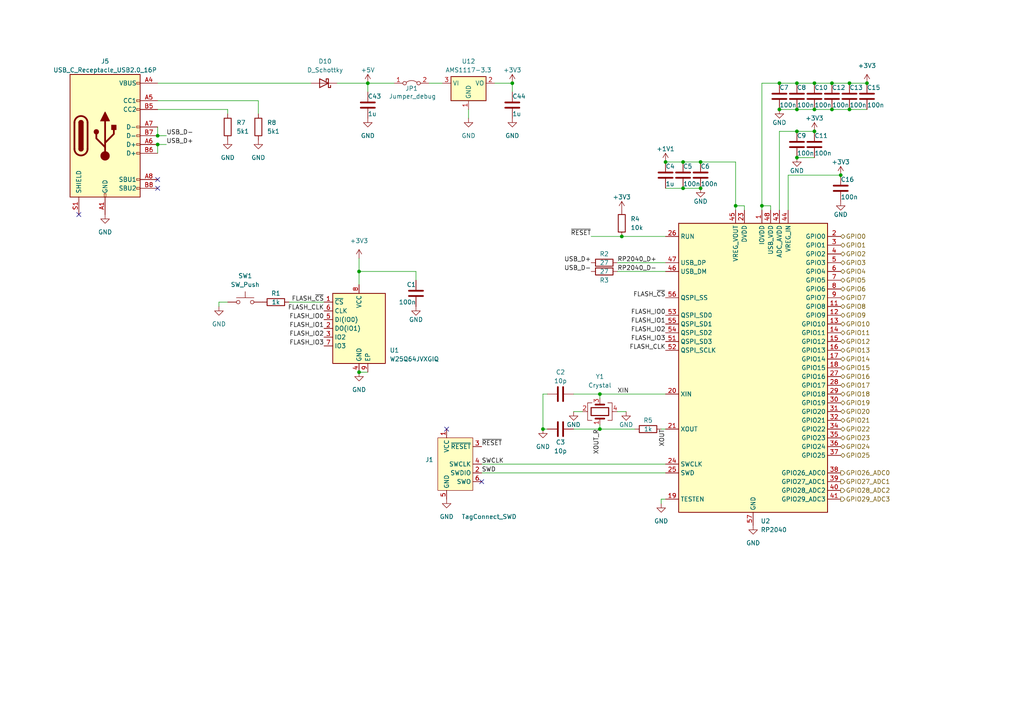
<source format=kicad_sch>
(kicad_sch (version 20231120) (generator "eeschema") (generator_version "8.0")
  (paper "A4")
  (lib_symbols
    (symbol "+3V3_1" (power) (pin_numbers hide) (pin_names (offset 0) hide)
      (property "Value" "+3V3" (at 0 3.556 0))
      (symbol "+3V3_1_0_1"
        (polyline (pts (xy -0.762 1.27) (xy 0 2.54)))
        (polyline (pts (xy 0 0) (xy 0 2.54)))
        (polyline (pts (xy 0 2.54) (xy 0.762 1.27)))
      )
      (symbol "+3V3_1_1_1"
        (pin power_in line (at 0 0 90) (length 0) (name "~") (number "1"))
      )
    )
    (symbol "Connector:Conn_ARM_SWD_TagConnect_TC2030-NL" (in_bom no)
      (property "Reference" "J" (at 2.54 11.43 0))
      (property "Value" "Conn_ARM_SWD_TagConnect_TC2030-NL" (at 2.54 8.89 0))
      (symbol "Conn_ARM_SWD_TagConnect_TC2030-NL_0_0"
        (pin power_in line (at -2.54 10.16 270) (length 2.54) (name "VCC") (number "1"))
        (pin bidirectional line (at 7.62 -2.54 180) (length 2.54) (name "SWDIO") (number "2"))
        (pin open_collector line (at 7.62 5.08 180) (length 2.54) (name "~{RESET}") (number "3"))
        (pin output line (at 7.62 0 180) (length 2.54) (name "SWCLK") (number "4"))
        (pin power_in line (at -2.54 -10.16 90) (length 2.54) (name "GND") (number "5"))
        (pin input line (at 7.62 -5.08 180) (length 2.54) (name "SWO") (number "6"))
      )
      (symbol "Conn_ARM_SWD_TagConnect_TC2030-NL_0_1"
        (rectangle (start -5.08 7.62) (end 5.08 -7.62) (fill (type background)))
      )
    )
    (symbol "Connector:USB_C_Receptacle_USB2.0_16P" (pin_names (offset 1.016))
      (property "Reference" "J" (at 0 22.225 0))
      (property "Value" "USB_C_Receptacle_USB2.0_16P" (at 0 19.685 0))
      (symbol "USB_C_Receptacle_USB2.0_16P_0_0"
        (rectangle (start -0.254 -17.78) (end 0.254 -16.764))
        (rectangle (start 10.16 -14.986) (end 9.144 -15.494))
        (rectangle (start 10.16 -12.446) (end 9.144 -12.954))
        (rectangle (start 10.16 -4.826) (end 9.144 -5.334))
        (rectangle (start 10.16 -2.286) (end 9.144 -2.794))
        (rectangle (start 10.16 0.254) (end 9.144 -0.254))
        (rectangle (start 10.16 2.794) (end 9.144 2.286))
        (rectangle (start 10.16 7.874) (end 9.144 7.366))
        (rectangle (start 10.16 10.414) (end 9.144 9.906))
        (rectangle (start 10.16 15.494) (end 9.144 14.986))
      )
      (symbol "USB_C_Receptacle_USB2.0_16P_0_1"
        (rectangle (start -10.16 17.78) (end 10.16 -17.78) (stroke (width 0.254)) (fill (type background)))
        (arc (start -8.89 -3.81) (mid -6.985 -5.7067) (end -5.08 -3.81) (stroke (width 0.508)))
        (arc (start -7.62 -3.81) (mid -6.985 -4.4423) (end -6.35 -3.81) (stroke (width 0.254)))
        (arc (start -7.62 -3.81) (mid -6.985 -4.4423) (end -6.35 -3.81) (stroke (width 0.254)) (fill (type outline)))
        (rectangle (start -7.62 -3.81) (end -6.35 3.81) (stroke (width 0.254)) (fill (type outline)))
        (arc (start -6.35 3.81) (mid -6.985 4.4423) (end -7.62 3.81) (stroke (width 0.254)))
        (arc (start -6.35 3.81) (mid -6.985 4.4423) (end -7.62 3.81) (stroke (width 0.254)) (fill (type outline)))
        (arc (start -5.08 3.81) (mid -6.985 5.7067) (end -8.89 3.81) (stroke (width 0.508)))
        (circle (center -2.54 1.143) (radius 0.635) (stroke (width 0.254)) (fill (type outline)))
        (circle (center 0 -5.842) (radius 1.27) (fill (type outline)))
        (polyline (pts (xy -8.89 -3.81) (xy -8.89 3.81)) (stroke (width 0.508)))
        (polyline (pts (xy -5.08 3.81) (xy -5.08 -3.81)) (stroke (width 0.508)))
        (polyline (pts (xy 0 -5.842) (xy 0 4.318)) (stroke (width 0.508)))
        (polyline (pts (xy 0 -3.302) (xy -2.54 -0.762) (xy -2.54 0.508)) (stroke (width 0.508)))
        (polyline (pts (xy 0 -2.032) (xy 2.54 0.508) (xy 2.54 1.778)) (stroke (width 0.508)))
        (polyline (pts (xy -1.27 4.318) (xy 0 6.858) (xy 1.27 4.318) (xy -1.27 4.318)) (stroke (width 0.254)) (fill (type outline)))
        (rectangle (start 1.905 1.778) (end 3.175 3.048) (stroke (width 0.254)) (fill (type outline)))
      )
      (symbol "USB_C_Receptacle_USB2.0_16P_1_1"
        (pin passive line (at 0 -22.86 90) (length 5.08) (name "GND") (number "A1"))
        (pin passive line (at 0 -22.86 90) (length 5.08) hide (name "GND") (number "A12"))
        (pin passive line (at 15.24 15.24 180) (length 5.08) (name "VBUS") (number "A4"))
        (pin bidirectional line (at 15.24 10.16 180) (length 5.08) (name "CC1") (number "A5"))
        (pin bidirectional line (at 15.24 -2.54 180) (length 5.08) (name "D+") (number "A6"))
        (pin bidirectional line (at 15.24 2.54 180) (length 5.08) (name "D-") (number "A7"))
        (pin bidirectional line (at 15.24 -12.7 180) (length 5.08) (name "SBU1") (number "A8"))
        (pin passive line (at 15.24 15.24 180) (length 5.08) hide (name "VBUS") (number "A9"))
        (pin passive line (at 0 -22.86 90) (length 5.08) hide (name "GND") (number "B1"))
        (pin passive line (at 0 -22.86 90) (length 5.08) hide (name "GND") (number "B12"))
        (pin passive line (at 15.24 15.24 180) (length 5.08) hide (name "VBUS") (number "B4"))
        (pin bidirectional line (at 15.24 7.62 180) (length 5.08) (name "CC2") (number "B5"))
        (pin bidirectional line (at 15.24 -5.08 180) (length 5.08) (name "D+") (number "B6"))
        (pin bidirectional line (at 15.24 0 180) (length 5.08) (name "D-") (number "B7"))
        (pin bidirectional line (at 15.24 -15.24 180) (length 5.08) (name "SBU2") (number "B8"))
        (pin passive line (at 15.24 15.24 180) (length 5.08) hide (name "VBUS") (number "B9"))
        (pin passive line (at -7.62 -22.86 90) (length 5.08) (name "SHIELD") (number "S1"))
      )
    )
    (symbol "Device:C" (pin_numbers hide) (pin_names (offset 0.254))
      (property "Reference" "C" (at 0.635 2.54 0))
      (property "Value" "C" (at 0.635 -2.54 0))
      (symbol "C_0_1"
        (polyline (pts (xy -2.032 -0.762) (xy 2.032 -0.762)) (stroke (width 0.508)))
        (polyline (pts (xy -2.032 0.762) (xy 2.032 0.762)) (stroke (width 0.508)))
      )
      (symbol "C_1_1"
        (pin passive line (at 0 3.81 270) (length 2.794) (name "~") (number "1"))
        (pin passive line (at 0 -3.81 90) (length 2.794) (name "~") (number "2"))
      )
    )
    (symbol "Device:Crystal_GND24" (pin_names (offset 1.016) hide)
      (property "Reference" "Y" (at 3.175 5.08 0))
      (property "Value" "Crystal_GND24" (at 3.175 3.175 0))
      (symbol "Crystal_GND24_0_1"
        (rectangle (start -1.143 2.54) (end 1.143 -2.54) (stroke (width 0.3048)))
        (polyline (pts (xy -2.54 0) (xy -2.032 0)))
        (polyline (pts (xy -2.032 -1.27) (xy -2.032 1.27)) (stroke (width 0.508)))
        (polyline (pts (xy 0 -3.81) (xy 0 -3.556)))
        (polyline (pts (xy 0 3.556) (xy 0 3.81)))
        (polyline (pts (xy 2.032 -1.27) (xy 2.032 1.27)) (stroke (width 0.508)))
        (polyline (pts (xy 2.032 0) (xy 2.54 0)))
        (polyline (pts (xy -2.54 -2.286) (xy -2.54 -3.556) (xy 2.54 -3.556) (xy 2.54 -2.286)))
        (polyline (pts (xy -2.54 2.286) (xy -2.54 3.556) (xy 2.54 3.556) (xy 2.54 2.286)))
      )
      (symbol "Crystal_GND24_1_1"
        (pin passive line (at -3.81 0 0) (length 1.27) (name "1") (number "1"))
        (pin passive line (at 0 5.08 270) (length 1.27) (name "2") (number "2"))
        (pin passive line (at 3.81 0 180) (length 1.27) (name "3") (number "3"))
        (pin passive line (at 0 -5.08 90) (length 1.27) (name "4") (number "4"))
      )
    )
    (symbol "Device:D_Schottky" (pin_numbers hide) (pin_names (offset 1.016) hide)
      (property "Reference" "D" (at 0 2.54 0))
      (property "Value" "D_Schottky" (at 0 -2.54 0))
      (symbol "D_Schottky_0_1"
        (polyline (pts (xy 1.27 0) (xy -1.27 0)))
        (polyline (pts (xy 1.27 1.27) (xy 1.27 -1.27) (xy -1.27 0) (xy 1.27 1.27)) (stroke (width 0.254)))
        (polyline (pts (xy -1.905 0.635) (xy -1.905 1.27) (xy -1.27 1.27) (xy -1.27 -1.27) (xy -0.635 -1.27) (xy -0.635 -0.635)) (stroke (width 0.254)))
      )
      (symbol "D_Schottky_1_1"
        (pin passive line (at -3.81 0 0) (length 2.54) (name "K") (number "1"))
        (pin passive line (at 3.81 0 180) (length 2.54) (name "A") (number "2"))
      )
    )
    (symbol "Device:R" (pin_numbers hide) (pin_names (offset 0))
      (property "Reference" "R" (at 2.032 0 90))
      (property "Value" "R" (at 0 0 90))
      (symbol "R_0_1"
        (rectangle (start -1.016 -2.54) (end 1.016 2.54) (stroke (width 0.254)))
      )
      (symbol "R_1_1"
        (pin passive line (at 0 3.81 270) (length 1.27) (name "~") (number "1"))
        (pin passive line (at 0 -3.81 90) (length 1.27) (name "~") (number "2"))
      )
    )
    (symbol "Jumper:Jumper_2_Bridged" (pin_names (offset 0) hide)
      (property "Reference" "JP" (at 0 1.905 0))
      (property "Value" "Jumper_2_Bridged" (at 0 -2.54 0))
      (symbol "Jumper_2_Bridged_0_0"
        (circle (center -2.032 0) (radius 0.508))
        (circle (center 2.032 0) (radius 0.508))
      )
      (symbol "Jumper_2_Bridged_0_1"
        (arc (start 1.524 0.254) (mid 0 0.762) (end -1.524 0.254))
      )
      (symbol "Jumper_2_Bridged_1_1"
        (pin passive line (at -5.08 0 0) (length 2.54) (name "A") (number "1"))
        (pin passive line (at 5.08 0 180) (length 2.54) (name "B") (number "2"))
      )
    )
    (symbol "MCU_RaspberryPi:RP2040"
      (property "Reference" "U" (at 17.78 45.72 0))
      (property "Value" "RP2040" (at 17.78 43.18 0))
      (symbol "RP2040_0_1"
        (rectangle (start -21.59 41.91) (end 21.59 -41.91) (stroke (width 0.254)) (fill (type background)))
      )
      (symbol "RP2040_1_1"
        (pin power_in line (at 2.54 45.72 270) (length 3.81) (name "IOVDD") (number "1"))
        (pin passive line (at 2.54 45.72 270) (length 3.81) hide (name "IOVDD") (number "10"))
        (pin bidirectional line (at 25.4 17.78 180) (length 3.81) (name "GPIO8") (number "11"))
        (pin bidirectional line (at 25.4 15.24 180) (length 3.81) (name "GPIO9") (number "12"))
        (pin bidirectional line (at 25.4 12.7 180) (length 3.81) (name "GPIO10") (number "13"))
        (pin bidirectional line (at 25.4 10.16 180) (length 3.81) (name "GPIO11") (number "14"))
        (pin bidirectional line (at 25.4 7.62 180) (length 3.81) (name "GPIO12") (number "15"))
        (pin bidirectional line (at 25.4 5.08 180) (length 3.81) (name "GPIO13") (number "16"))
        (pin bidirectional line (at 25.4 2.54 180) (length 3.81) (name "GPIO14") (number "17"))
        (pin bidirectional line (at 25.4 0 180) (length 3.81) (name "GPIO15") (number "18"))
        (pin input line (at -25.4 -38.1 0) (length 3.81) (name "TESTEN") (number "19"))
        (pin bidirectional line (at 25.4 38.1 180) (length 3.81) (name "GPIO0") (number "2"))
        (pin input line (at -25.4 -7.62 0) (length 3.81) (name "XIN") (number "20"))
        (pin passive line (at -25.4 -17.78 0) (length 3.81) (name "XOUT") (number "21"))
        (pin passive line (at 2.54 45.72 270) (length 3.81) hide (name "IOVDD") (number "22"))
        (pin power_in line (at -2.54 45.72 270) (length 3.81) (name "DVDD") (number "23"))
        (pin input line (at -25.4 -27.94 0) (length 3.81) (name "SWCLK") (number "24"))
        (pin bidirectional line (at -25.4 -30.48 0) (length 3.81) (name "SWD") (number "25"))
        (pin input line (at -25.4 38.1 0) (length 3.81) (name "RUN") (number "26"))
        (pin bidirectional line (at 25.4 -2.54 180) (length 3.81) (name "GPIO16") (number "27"))
        (pin bidirectional line (at 25.4 -5.08 180) (length 3.81) (name "GPIO17") (number "28"))
        (pin bidirectional line (at 25.4 -7.62 180) (length 3.81) (name "GPIO18") (number "29"))
        (pin bidirectional line (at 25.4 35.56 180) (length 3.81) (name "GPIO1") (number "3"))
        (pin bidirectional line (at 25.4 -10.16 180) (length 3.81) (name "GPIO19") (number "30"))
        (pin bidirectional line (at 25.4 -12.7 180) (length 3.81) (name "GPIO20") (number "31"))
        (pin bidirectional line (at 25.4 -15.24 180) (length 3.81) (name "GPIO21") (number "32"))
        (pin passive line (at 2.54 45.72 270) (length 3.81) hide (name "IOVDD") (number "33"))
        (pin bidirectional line (at 25.4 -17.78 180) (length 3.81) (name "GPIO22") (number "34"))
        (pin bidirectional line (at 25.4 -20.32 180) (length 3.81) (name "GPIO23") (number "35"))
        (pin bidirectional line (at 25.4 -22.86 180) (length 3.81) (name "GPIO24") (number "36"))
        (pin bidirectional line (at 25.4 -25.4 180) (length 3.81) (name "GPIO25") (number "37"))
        (pin bidirectional line (at 25.4 -30.48 180) (length 3.81) (name "GPIO26_ADC0") (number "38"))
        (pin bidirectional line (at 25.4 -33.02 180) (length 3.81) (name "GPIO27_ADC1") (number "39"))
        (pin bidirectional line (at 25.4 33.02 180) (length 3.81) (name "GPIO2") (number "4"))
        (pin bidirectional line (at 25.4 -35.56 180) (length 3.81) (name "GPIO28_ADC2") (number "40"))
        (pin bidirectional line (at 25.4 -38.1 180) (length 3.81) (name "GPIO29_ADC3") (number "41"))
        (pin passive line (at 2.54 45.72 270) (length 3.81) hide (name "IOVDD") (number "42"))
        (pin power_in line (at 7.62 45.72 270) (length 3.81) (name "ADC_AVDD") (number "43"))
        (pin power_in line (at 10.16 45.72 270) (length 3.81) (name "VREG_IN") (number "44"))
        (pin power_out line (at -5.08 45.72 270) (length 3.81) (name "VREG_VOUT") (number "45"))
        (pin bidirectional line (at -25.4 27.94 0) (length 3.81) (name "USB_DM") (number "46"))
        (pin bidirectional line (at -25.4 30.48 0) (length 3.81) (name "USB_DP") (number "47"))
        (pin power_in line (at 5.08 45.72 270) (length 3.81) (name "USB_VDD") (number "48"))
        (pin passive line (at 2.54 45.72 270) (length 3.81) hide (name "IOVDD") (number "49"))
        (pin bidirectional line (at 25.4 30.48 180) (length 3.81) (name "GPIO3") (number "5"))
        (pin passive line (at -2.54 45.72 270) (length 3.81) hide (name "DVDD") (number "50"))
        (pin bidirectional line (at -25.4 7.62 0) (length 3.81) (name "QSPI_SD3") (number "51"))
        (pin output line (at -25.4 5.08 0) (length 3.81) (name "QSPI_SCLK") (number "52"))
        (pin bidirectional line (at -25.4 15.24 0) (length 3.81) (name "QSPI_SD0") (number "53"))
        (pin bidirectional line (at -25.4 10.16 0) (length 3.81) (name "QSPI_SD2") (number "54"))
        (pin bidirectional line (at -25.4 12.7 0) (length 3.81) (name "QSPI_SD1") (number "55"))
        (pin bidirectional line (at -25.4 20.32 0) (length 3.81) (name "QSPI_SS") (number "56"))
        (pin power_in line (at 0 -45.72 90) (length 3.81) (name "GND") (number "57"))
        (pin bidirectional line (at 25.4 27.94 180) (length 3.81) (name "GPIO4") (number "6"))
        (pin bidirectional line (at 25.4 25.4 180) (length 3.81) (name "GPIO5") (number "7"))
        (pin bidirectional line (at 25.4 22.86 180) (length 3.81) (name "GPIO6") (number "8"))
        (pin bidirectional line (at 25.4 20.32 180) (length 3.81) (name "GPIO7") (number "9"))
      )
    )
    (symbol "Memory_Flash:W25Q32JVZP"
      (property "Reference" "U" (at -6.35 11.43 0))
      (property "Value" "W25Q32JVZP" (at 7.62 11.43 0))
      (symbol "W25Q32JVZP_0_1"
        (rectangle (start -7.62 10.16) (end 7.62 -10.16) (stroke (width 0.254)) (fill (type background)))
      )
      (symbol "W25Q32JVZP_1_1"
        (pin input line (at -10.16 7.62 0) (length 2.54) (name "~{CS}") (number "1"))
        (pin bidirectional line (at -10.16 0 0) (length 2.54) (name "DO(IO1)") (number "2"))
        (pin bidirectional line (at -10.16 -2.54 0) (length 2.54) (name "IO2") (number "3"))
        (pin power_in line (at 0 -12.7 90) (length 2.54) (name "GND") (number "4"))
        (pin bidirectional line (at -10.16 2.54 0) (length 2.54) (name "DI(IO0)") (number "5"))
        (pin input line (at -10.16 5.08 0) (length 2.54) (name "CLK") (number "6"))
        (pin bidirectional line (at -10.16 -5.08 0) (length 2.54) (name "IO3") (number "7"))
        (pin power_in line (at 0 12.7 270) (length 2.54) (name "VCC") (number "8"))
        (pin passive line (at 2.54 -12.7 90) (length 2.54) (name "EP") (number "9"))
      )
    )
    (symbol "Regulator_Linear:AMS1117-3.3"
      (property "Reference" "U" (at -3.81 3.175 0))
      (property "Value" "AMS1117-3.3" (at 0 3.175 0))
      (symbol "AMS1117-3.3_0_1"
        (rectangle (start -5.08 -5.08) (end 5.08 1.905) (stroke (width 0.254)) (fill (type background)))
      )
      (symbol "AMS1117-3.3_1_1"
        (pin power_in line (at 0 -7.62 90) (length 2.54) (name "GND") (number "1"))
        (pin power_out line (at 7.62 0 180) (length 2.54) (name "VO") (number "2"))
        (pin power_in line (at -7.62 0 0) (length 2.54) (name "VI") (number "3"))
      )
    )
    (symbol "Switch:SW_Push" (pin_numbers hide) (pin_names (offset 1.016) hide)
      (property "Reference" "SW" (at 1.27 2.54 0))
      (property "Value" "SW_Push" (at 0 -1.524 0))
      (symbol "SW_Push_0_1"
        (circle (center -2.032 0) (radius 0.508))
        (polyline (pts (xy 0 1.27) (xy 0 3.048)))
        (polyline (pts (xy 2.54 1.27) (xy -2.54 1.27)))
        (circle (center 2.032 0) (radius 0.508))
        (pin passive line (at -5.08 0 0) (length 2.54) (name "1") (number "1"))
        (pin passive line (at 5.08 0 180) (length 2.54) (name "2") (number "2"))
      )
    )
    (symbol "power:+1V1" (power) (pin_names (offset 0))
      (property "Value" "+1V1" (at 0 3.556 0))
      (symbol "+1V1_0_1"
        (polyline (pts (xy -0.762 1.27) (xy 0 2.54)))
        (polyline (pts (xy 0 0) (xy 0 2.54)))
        (polyline (pts (xy 0 2.54) (xy 0.762 1.27)))
      )
      (symbol "+1V1_1_1"
        (pin power_in line (at 0 0 90) (length 0) hide (name "+1V1") (number "1"))
      )
    )
    (symbol "power:+3V3" (power) (pin_names (offset 0))
      (property "Value" "+3V3" (at 0 3.556 0))
      (symbol "+3V3_0_1"
        (polyline (pts (xy -0.762 1.27) (xy 0 2.54)))
        (polyline (pts (xy 0 0) (xy 0 2.54)))
        (polyline (pts (xy 0 2.54) (xy 0.762 1.27)))
      )
      (symbol "+3V3_1_1"
        (pin power_in line (at 0 0 90) (length 0) hide (name "+3V3") (number "1"))
      )
    )
    (symbol "power:+5V" (power) (pin_numbers hide) (pin_names (offset 0) hide)
      (property "Value" "+5V" (at 0 3.556 0))
      (symbol "+5V_0_1"
        (polyline (pts (xy -0.762 1.27) (xy 0 2.54)))
        (polyline (pts (xy 0 0) (xy 0 2.54)))
        (polyline (pts (xy 0 2.54) (xy 0.762 1.27)))
      )
      (symbol "+5V_1_1"
        (pin power_in line (at 0 0 90) (length 0) (name "~") (number "1"))
      )
    )
    (symbol "power:GND" (power) (pin_names (offset 0))
      (property "Value" "GND" (at 0 -3.81 0))
      (symbol "GND_0_1"
        (polyline (pts (xy 0 0) (xy 0 -1.27) (xy 1.27 -1.27) (xy 0 -2.54) (xy -1.27 -1.27) (xy 0 -1.27)))
      )
      (symbol "GND_1_1"
        (pin power_in line (at 0 0 270) (length 0) hide (name "GND") (number "1"))
      )
    )
  )
  (junction (at 220.98 59.69))
  (junction (at 231.14 45.72))
  (junction (at 203.2 46.99))
  (junction (at 231.14 38.1))
  (junction (at 173.99 124.46))
  (junction (at 104.14 78.74))
  (junction (at 246.38 24.13))
  (junction (at 45.72 39.37))
  (junction (at 231.14 24.13))
  (junction (at 198.12 54.61))
  (junction (at 193.04 46.99))
  (junction (at 251.46 24.13))
  (junction (at 226.06 24.13))
  (junction (at 241.3 31.75))
  (junction (at 45.72 41.91))
  (junction (at 198.12 46.99))
  (junction (at 106.68 24.13))
  (junction (at 180.34 68.58))
  (junction (at 226.06 31.75))
  (junction (at 213.36 59.69))
  (junction (at 104.14 107.95))
  (junction (at 231.14 31.75))
  (junction (at 173.99 114.3))
  (junction (at 148.59 24.13))
  (junction (at 203.2 54.61))
  (junction (at 236.22 24.13))
  (junction (at 243.84 50.8))
  (junction (at 236.22 38.1))
  (junction (at 246.38 31.75))
  (junction (at 236.22 31.75))
  (junction (at 157.48 124.46))
  (junction (at 241.3 24.13))
  (no_connect (at 45.72 54.61))
  (no_connect (at 45.72 52.07))
  (no_connect (at 139.7 139.7))
  (no_connect (at 129.54 124.46))
  (no_connect (at 22.86 62.23))
  (wire (pts (xy 158.75 124.46) (xy 157.48 124.46)))
  (wire (pts (xy 220.98 59.69) (xy 220.98 24.13)))
  (wire (pts (xy 120.65 81.28) (xy 120.65 78.74)))
  (wire (pts (xy 198.12 46.99) (xy 203.2 46.99)))
  (wire (pts (xy 226.06 38.1) (xy 231.14 38.1)))
  (wire (pts (xy 97.79 24.13) (xy 106.68 24.13)))
  (wire (pts (xy 45.72 31.75) (xy 66.04 31.75)))
  (wire (pts (xy 106.68 24.13) (xy 114.3 24.13)))
  (wire (pts (xy 181.61 119.38) (xy 179.07 119.38)))
  (wire (pts (xy 191.77 144.78) (xy 193.04 144.78)))
  (wire (pts (xy 220.98 60.96) (xy 220.98 59.69)))
  (wire (pts (xy 157.48 114.3) (xy 158.75 114.3)))
  (wire (pts (xy 193.04 46.99) (xy 198.12 46.99)))
  (wire (pts (xy 104.14 74.93) (xy 104.14 78.74)))
  (wire (pts (xy 191.77 124.46) (xy 193.04 124.46)))
  (wire (pts (xy 226.06 24.13) (xy 231.14 24.13)))
  (wire (pts (xy 184.15 124.46) (xy 173.99 124.46)))
  (wire (pts (xy 139.7 134.62) (xy 193.04 134.62)))
  (wire (pts (xy 193.04 54.61) (xy 198.12 54.61)))
  (wire (pts (xy 143.51 24.13) (xy 148.59 24.13)))
  (wire (pts (xy 213.36 59.69) (xy 213.36 60.96)))
  (wire (pts (xy 198.12 54.61) (xy 203.2 54.61)))
  (wire (pts (xy 215.9 59.69) (xy 213.36 59.69)))
  (wire (pts (xy 166.37 124.46) (xy 173.99 124.46)))
  (wire (pts (xy 45.72 41.91) (xy 45.72 44.45)))
  (wire (pts (xy 231.14 45.72) (xy 236.22 45.72)))
  (wire (pts (xy 246.38 31.75) (xy 251.46 31.75)))
  (wire (pts (xy 220.98 24.13) (xy 226.06 24.13)))
  (wire (pts (xy 231.14 31.75) (xy 236.22 31.75)))
  (wire (pts (xy 45.72 24.13) (xy 90.17 24.13)))
  (wire (pts (xy 246.38 24.13) (xy 251.46 24.13)))
  (wire (pts (xy 180.34 68.58) (xy 193.04 68.58)))
  (wire (pts (xy 173.99 114.3) (xy 193.04 114.3)))
  (wire (pts (xy 63.5 87.63) (xy 66.04 87.63)))
  (wire (pts (xy 45.72 36.83) (xy 45.72 39.37)))
  (wire (pts (xy 139.7 137.16) (xy 193.04 137.16)))
  (wire (pts (xy 236.22 24.13) (xy 241.3 24.13)))
  (wire (pts (xy 228.6 50.8) (xy 243.84 50.8)))
  (wire (pts (xy 173.99 115.57) (xy 173.99 114.3)))
  (wire (pts (xy 83.82 87.63) (xy 93.98 87.63)))
  (wire (pts (xy 45.72 39.37) (xy 48.26 39.37)))
  (wire (pts (xy 231.14 38.1) (xy 236.22 38.1)))
  (wire (pts (xy 228.6 50.8) (xy 228.6 60.96)))
  (wire (pts (xy 179.07 76.2) (xy 193.04 76.2)))
  (wire (pts (xy 226.06 38.1) (xy 226.06 60.96)))
  (wire (pts (xy 231.14 24.13) (xy 236.22 24.13)))
  (wire (pts (xy 241.3 24.13) (xy 246.38 24.13)))
  (wire (pts (xy 213.36 46.99) (xy 213.36 59.69)))
  (wire (pts (xy 74.93 29.21) (xy 74.93 33.02)))
  (wire (pts (xy 171.45 68.58) (xy 180.34 68.58)))
  (wire (pts (xy 203.2 46.99) (xy 213.36 46.99)))
  (wire (pts (xy 135.89 34.29) (xy 135.89 31.75)))
  (wire (pts (xy 166.37 114.3) (xy 173.99 114.3)))
  (wire (pts (xy 226.06 31.75) (xy 231.14 31.75)))
  (wire (pts (xy 66.04 31.75) (xy 66.04 33.02)))
  (wire (pts (xy 236.22 31.75) (xy 241.3 31.75)))
  (wire (pts (xy 63.5 88.9) (xy 63.5 87.63)))
  (wire (pts (xy 220.98 59.69) (xy 223.52 59.69)))
  (wire (pts (xy 179.07 78.74) (xy 193.04 78.74)))
  (wire (pts (xy 166.37 119.38) (xy 168.91 119.38)))
  (wire (pts (xy 128.27 24.13) (xy 124.46 24.13)))
  (wire (pts (xy 104.14 78.74) (xy 120.65 78.74)))
  (wire (pts (xy 106.68 26.67) (xy 106.68 24.13)))
  (wire (pts (xy 241.3 31.75) (xy 246.38 31.75)))
  (wire (pts (xy 215.9 60.96) (xy 215.9 59.69)))
  (wire (pts (xy 173.99 124.46) (xy 173.99 123.19)))
  (wire (pts (xy 45.72 29.21) (xy 74.93 29.21)))
  (wire (pts (xy 148.59 26.67) (xy 148.59 24.13)))
  (wire (pts (xy 191.77 146.05) (xy 191.77 144.78)))
  (wire (pts (xy 223.52 59.69) (xy 223.52 60.96)))
  (wire (pts (xy 104.14 78.74) (xy 104.14 82.55)))
  (wire (pts (xy 45.72 41.91) (xy 48.26 41.91)))
  (wire (pts (xy 157.48 124.46) (xy 157.48 114.3)))
  (wire (pts (xy 104.14 107.95) (xy 106.68 107.95)))
  (label "FLASH_IO3" (at 93.98 100.33 180))
  (label "FLASH_~{CS}" (at 93.98 87.63 180))
  (label "FLASH_CLK" (at 93.98 90.17 180))
  (label "FLASH_IO1" (at 193.04 93.98 180))
  (label "FLASH_CLK" (at 193.04 101.6 180))
  (label "RP2040_D-" (at 179.07 78.74 0))
  (label "XOUT_R" (at 173.99 124.46 270))
  (label "FLASH_IO0" (at 193.04 91.44 180))
  (label "FLASH_IO1" (at 93.98 95.25 180))
  (label "USB_D-" (at 48.26 39.37 0))
  (label "USB_D+" (at 171.45 76.2 180))
  (label "SWCLK" (at 139.7 134.62 0))
  (label "FLASH_~{CS}" (at 193.04 86.36 180))
  (label "~{RESET}" (at 139.7 129.54 0))
  (label "FLASH_IO0" (at 93.98 92.71 180))
  (label "~{RESET}" (at 171.45 68.58 180))
  (label "SWD" (at 139.7 137.16 0))
  (label "USB_D+" (at 48.26 41.91 0))
  (label "RP2040_D+" (at 179.07 76.2 0))
  (label "XIN" (at 179.07 114.3 0))
  (label "FLASH_IO2" (at 93.98 97.79 180))
  (label "XOUT" (at 193.04 124.46 270))
  (label "FLASH_IO2" (at 193.04 96.52 180))
  (label "USB_D-" (at 171.45 78.74 180))
  (label "FLASH_IO3" (at 193.04 99.06 180))
  (hierarchical_label "GPIO29_ADC3" (shape output) (at 243.84 144.78 0))
  (hierarchical_label "GPIO26_ADC0" (shape output) (at 243.84 137.16 0))
  (hierarchical_label "GPIO6" (shape bidirectional) (at 243.84 83.82 0))
  (hierarchical_label "GPIO23" (shape bidirectional) (at 243.84 127 0))
  (hierarchical_label "GPIO27_ADC1" (shape output) (at 243.84 139.7 0))
  (hierarchical_label "GPIO28_ADC2" (shape output) (at 243.84 142.24 0))
  (hierarchical_label "GPIO19" (shape bidirectional) (at 243.84 116.84 0))
  (hierarchical_label "GPIO20" (shape bidirectional) (at 243.84 119.38 0))
  (hierarchical_label "GPIO14" (shape bidirectional) (at 243.84 104.14 0))
  (hierarchical_label "GPIO22" (shape bidirectional) (at 243.84 124.46 0))
  (hierarchical_label "GPIO24" (shape bidirectional) (at 243.84 129.54 0))
  (hierarchical_label "GPIO13" (shape bidirectional) (at 243.84 101.6 0))
  (hierarchical_label "GPIO8" (shape bidirectional) (at 243.84 88.9 0))
  (hierarchical_label "GPIO25" (shape bidirectional) (at 243.84 132.08 0))
  (hierarchical_label "GPIO5" (shape bidirectional) (at 243.84 81.28 0))
  (hierarchical_label "GPIO21" (shape bidirectional) (at 243.84 121.92 0))
  (hierarchical_label "GPIO7" (shape bidirectional) (at 243.84 86.36 0))
  (hierarchical_label "GPIO12" (shape bidirectional) (at 243.84 99.06 0))
  (hierarchical_label "GPIO17" (shape bidirectional) (at 243.84 111.76 0))
  (hierarchical_label "GPIO3" (shape bidirectional) (at 243.84 76.2 0))
  (hierarchical_label "GPIO15" (shape bidirectional) (at 243.84 106.68 0))
  (hierarchical_label "GPIO9" (shape bidirectional) (at 243.84 91.44 0))
  (hierarchical_label "GPIO4" (shape bidirectional) (at 243.84 78.74 0))
  (hierarchical_label "GPIO0" (shape bidirectional) (at 243.84 68.58 0))
  (hierarchical_label "GPIO18" (shape bidirectional) (at 243.84 114.3 0))
  (hierarchical_label "GPIO10" (shape bidirectional) (at 243.84 93.98 0))
  (hierarchical_label "GPIO11" (shape bidirectional) (at 243.84 96.52 0))
  (hierarchical_label "GPIO2" (shape bidirectional) (at 243.84 73.66 0))
  (hierarchical_label "GPIO1" (shape bidirectional) (at 243.84 71.12 0))
  (hierarchical_label "GPIO16" (shape bidirectional) (at 243.84 109.22 0))
  (symbol (lib_id "Regulator_Linear:AMS1117-3.3") (at 135.89 24.13 0) (unit 1)
    (property "Reference" "U12" (at 135.89 17.78 0))
    (property "Value" "AMS1117-3.3" (at 135.89 20.32 0))
    (property "Footprint" "Package_TO_SOT_SMD:SOT-223-3_TabPin2" (effects (hide yes)))
    (property "Datasheet" "http://www.advanced-monolithic.com/pdf/ds1117.pdf" (effects (hide yes)))
    (property "Description" "1A Low Dropout regulator, positive, 3.3V fixed output, SOT-223" (effects (hide yes)))
  )
  (symbol (lib_id "Device:R") (at 175.26 76.2 90) (unit 1)
    (property "Reference" "R2" (at 175.26 73.66 90))
    (property "Value" "27" (at 175.26 76.2 90))
    (property "Footprint" "Resistor_SMD:R_0402_1005Metric" (effects (hide yes)))
    (property "mouser" "71-CRCW040227R0FKEDC" (effects (hide yes)))
    (instances (project "LED_Module" (path "" (reference "R2") (unit 1))) (project "Ficklampa" (path "" (reference "R109") (unit 1))) (project "JBCock" (path "" (reference "R102") (unit 1))))
  )
  (symbol (lib_id "MCU_RaspberryPi:RP2040") (at 218.44 106.68 0) (unit 1)
    (property "Reference" "U2" (at 220.6341 151.13 0) (effects (justify left)))
    (property "Value" "RP2040" (at 220.6341 153.67 0) (effects (justify left)))
    (property "Footprint" "Package_DFN_QFN:QFN-56-1EP_7x7mm_P0.4mm_EP3.2x3.2mm" (effects (hide yes)))
    (property "Datasheet" "https://datasheets.raspberrypi.com/rp2040/rp2040-datasheet.pdf" (effects (hide yes)))
    (property "mouser" "358-SC09147" (effects (hide yes)))
    (instances (project "LED_Module" (path "" (reference "U2") (unit 1))) (project "Ficklampa" (path "" (reference "U103") (unit 1))) (project "JBCock" (path "" (reference "U102") (unit 1))))
  )
  (symbol (lib_id "Device:C") (at 246.38 27.94 0) (unit 1)
    (property "Reference" "C13" (at 246.38 25.4 0) (effects (justify left)))
    (property "Value" "100n" (at 246.38 30.48 0) (effects (justify left)))
    (property "Footprint" "Capacitor_SMD:C_0402_1005Metric" (effects (hide yes)))
    (property "Datasheet" "https://eu.mouser.com/datasheet/2/281/1/GRM155R62A104ME14_01A-1983921.pdf" (effects (hide yes)))
    (property "mouser" "81-GRM155R62A104ME4D " (effects (hide yes)))
    (instances (project "LED_Module" (path "" (reference "C13") (unit 1))) (project "Ficklampa" (path "" (reference "C119") (unit 1))) (project "JBCock" (path "" (reference "C113") (unit 1))))
  )
  (symbol (lib_id "Device:C") (at 198.12 50.8 0) (unit 1)
    (property "Reference" "C5" (at 198.12 48.26 0) (effects (justify left)))
    (property "Value" "100n" (at 198.12 53.34 0) (effects (justify left)))
    (property "Footprint" "Capacitor_SMD:C_0402_1005Metric" (effects (hide yes)))
    (property "Datasheet" "https://eu.mouser.com/datasheet/2/281/1/GRM155R62A104ME14_01A-1983921.pdf" (effects (hide yes)))
    (property "mouser" "81-GRM155R62A104ME4D " (effects (hide yes)))
    (instances (project "LED_Module" (path "" (reference "C5") (unit 1))) (project "Ficklampa" (path "" (reference "C107") (unit 1))) (project "JBCock" (path "" (reference "C105") (unit 1))))
  )
  (symbol (lib_id "Switch:SW_Push") (at 71.12 87.63 0) (unit 1)
    (property "Reference" "SW1" (at 71.12 80.01 0))
    (property "Value" "SW_Push" (at 71.12 82.55 0))
    (property "Footprint" "Button_Switch_SMD:SW_Push_SPST_NO_Alps_SKRK" (effects (hide yes)))
    (property "Datasheet" "https://eu.mouser.com/datasheet/2/15/SKRK-1370789.pdf" (effects (hide yes)))
    (property "mouser" "688-SKRKAHE010 " (effects (hide yes)))
    (instances (project "LED_Module" (path "" (reference "SW1") (unit 1))) (project "Ficklampa" (path "" (reference "SW101") (unit 1))) (project "JBCock" (path "" (reference "SW101") (unit 1))))
  )
  (symbol (lib_id "Device:C") (at 148.59 30.48 0) (unit 1)
    (property "Reference" "C44" (at 148.59 27.94 0) (effects (justify left)))
    (property "Value" "1u" (at 148.59 33.02 0) (effects (justify left)))
    (property "Footprint" "Capacitor_SMD:C_0402_1005Metric" (effects (hide yes)))
    (property "Datasheet" "https://www.mouser.se/datasheet/2/281/1/GRM155R61H105KE05_01A-1983895.pdf" (effects (hide yes)))
    (property "mouser" "81-GRM155R61H105KE5J " (effects (hide yes)))
  )
  (symbol (lib_id "Device:C") (at 120.65 85.09 0) (mirror y) (unit 1)
    (property "Reference" "C1" (at 120.65 82.55 0) (effects (justify left)))
    (property "Value" "100n" (at 120.65 87.63 0) (effects (justify left)))
    (property "Footprint" "Capacitor_SMD:C_0402_1005Metric" (effects (hide yes)))
    (property "Datasheet" "https://eu.mouser.com/datasheet/2/281/1/GRM155R62A104ME14_01A-1983921.pdf" (effects (hide yes)))
    (property "mouser" "81-GRM155R62A104ME4D " (effects (hide yes)))
    (instances (project "LED_Module" (path "" (reference "C1") (unit 1))) (project "Ficklampa" (path "" (reference "C117") (unit 1))) (project "JBCock" (path "" (reference "C101") (unit 1))))
  )
  (symbol (lib_id "Device:C") (at 203.2 50.8 0) (unit 1)
    (property "Reference" "C6" (at 203.2 48.26 0) (effects (justify left)))
    (property "Value" "100n" (at 203.2 53.34 0) (effects (justify left)))
    (property "Footprint" "Capacitor_SMD:C_0402_1005Metric" (effects (hide yes)))
    (property "Datasheet" "https://eu.mouser.com/datasheet/2/281/1/GRM155R62A104ME14_01A-1983921.pdf" (effects (hide yes)))
    (property "mouser" "81-GRM155R62A104ME4D " (effects (hide yes)))
    (instances (project "LED_Module" (path "" (reference "C6") (unit 1))) (project "Ficklampa" (path "" (reference "C108") (unit 1))) (project "JBCock" (path "" (reference "C106") (unit 1))))
  )
  (symbol (lib_id "power:GND") (at 191.77 146.05 0) (unit 1)
    (property "Reference" "#PWR010" (effects (hide yes)))
    (property "Value" "GND" (at 191.77 151.13 0))
    (instances (project "LED_Module" (path "" (reference "#PWR010") (unit 1))) (project "Ficklampa" (path "" (reference "#PWR0118") (unit 1))) (project "JBCock" (path "" (reference "#PWR0110") (unit 1))))
  )
  (symbol (lib_id "power:GND") (at 135.89 34.29 0) (unit 1)
    (property "Reference" "#PWR070" (effects (hide yes)))
    (property "Value" "GND" (at 135.89 39.37 0))
  )
  (symbol (lib_id "Device:C") (at 251.46 27.94 0) (unit 1)
    (property "Reference" "C15" (at 251.46 25.4 0) (effects (justify left)))
    (property "Value" "100n" (at 251.46 30.48 0) (effects (justify left)))
    (property "Footprint" "Capacitor_SMD:C_0402_1005Metric" (effects (hide yes)))
    (property "Datasheet" "https://eu.mouser.com/datasheet/2/281/1/GRM155R62A104ME14_01A-1983921.pdf" (effects (hide yes)))
    (property "mouser" "81-GRM155R62A104ME4D " (effects (hide yes)))
    (instances (project "LED_Module" (path "" (reference "C15") (unit 1))) (project "Ficklampa" (path "" (reference "C120") (unit 1))) (project "JBCock" (path "" (reference "C115") (unit 1))))
  )
  (symbol (lib_id "power:GND") (at 231.14 45.72 0) (unit 1)
    (property "Reference" "#PWR015" (effects (hide yes)))
    (property "Value" "GND" (at 231.14 49.53 0))
    (instances (project "LED_Module" (path "" (reference "#PWR015") (unit 1))) (project "Ficklampa" (path "" (reference "#PWR0124") (unit 1))) (project "JBCock" (path "" (reference "#PWR0115") (unit 1))))
  )
  (symbol (lib_id "Device:R") (at 180.34 64.77 0) (unit 1)
    (property "Reference" "R4" (at 182.88 63.5 0) (effects (justify left)))
    (property "Value" "10k" (at 182.88 66.04 0) (effects (justify left)))
    (property "Footprint" "Resistor_SMD:R_0402_1005Metric" (effects (hide yes)))
    (property "mouser" "71-CRCW040210K0JNEDC " (effects (hide yes)))
    (instances (project "LED_Module" (path "" (reference "R4") (unit 1))) (project "Ficklampa" (path "" (reference "R115") (unit 1))) (project "JBCock" (path "" (reference "R104") (unit 1))))
  )
  (symbol (lib_id "Device:C") (at 162.56 124.46 90) (unit 1)
    (property "Reference" "C3" (at 162.56 128.27 90))
    (property "Value" "10p" (at 162.56 130.81 90))
    (property "Footprint" "Capacitor_SMD:C_0402_1005Metric" (effects (hide yes)))
    (property "Datasheet" "https://eu.mouser.com/datasheet/2/281/1/GRT1555C2A100JA02_01A-3157828.pdf" (effects (hide yes)))
    (property "mouser" "81-GRT1555C2A100JA2J " (effects (hide yes)))
    (instances (project "LED_Module" (path "" (reference "C3") (unit 1))) (project "Ficklampa" (path "" (reference "C105") (unit 1))) (project "JBCock" (path "" (reference "C103") (unit 1))))
  )
  (symbol (lib_id "power:+3V3") (at 104.14 74.93 0) (unit 1)
    (property "Reference" "#PWR02" (effects (hide yes)))
    (property "Value" "+3V3" (at 104.14 69.85 0))
    (instances (project "LED_Module" (path "" (reference "#PWR02") (unit 1))) (project "Ficklampa" (path "" (reference "#PWR0108") (unit 1))) (project "JBCock" (path "" (reference "#PWR0103") (unit 1))))
  )
  (symbol (lib_id "power:GND") (at 104.14 107.95 0) (unit 1)
    (property "Reference" "#PWR03" (effects (hide yes)))
    (property "Value" "GND" (at 104.14 113.03 0))
    (instances (project "LED_Module" (path "" (reference "#PWR03") (unit 1))) (project "Ficklampa" (path "" (reference "#PWR0109") (unit 1))) (project "JBCock" (path "" (reference "#PWR0104") (unit 1))))
  )
  (symbol (lib_id "Device:R") (at 187.96 124.46 90) (unit 1)
    (property "Reference" "R5" (at 187.96 121.92 90))
    (property "Value" "1k" (at 187.96 124.46 90))
    (property "Footprint" "Resistor_SMD:R_0402_1005Metric" (effects (hide yes)))
    (property "mouser" "71-CRCW04021K00FKEE " (effects (hide yes)))
    (instances (project "LED_Module" (path "" (reference "R5") (unit 1))) (project "Ficklampa" (path "" (reference "R111") (unit 1))) (project "JBCock" (path "" (reference "R105") (unit 1))))
  )
  (symbol (lib_id "power:GND") (at 157.48 124.46 0) (unit 1)
    (property "Reference" "#PWR06" (effects (hide yes)))
    (property "Value" "GND" (at 157.48 129.54 0))
    (instances (project "LED_Module" (path "" (reference "#PWR06") (unit 1))) (project "Ficklampa" (path "" (reference "#PWR0111") (unit 1))) (project "JBCock" (path "" (reference "#PWR0106") (unit 1))))
  )
  (symbol (lib_id "Device:Crystal_GND24") (at 173.99 119.38 90) (unit 1)
    (property "Reference" "Y1" (at 173.99 109.22 90))
    (property "Value" "Crystal" (at 173.99 111.76 90))
    (property "Footprint" "Crystal:Crystal_SMD_Abracon_ABM3B-4Pin_5.0x3.2mm" (effects (hide yes)))
    (property "Datasheet" "https://eu.mouser.com/datasheet/2/3/abm3b-1774998.pdf" (effects (hide yes)))
    (property "mouser" "815-ABM3B1210B1UT " (effects (hide yes)))
    (instances (project "LED_Module" (path "" (reference "Y1") (unit 1))) (project "Ficklampa" (path "" (reference "Y101") (unit 1))) (project "JBCock" (path "" (reference "Y101") (unit 1))))
  )
  (symbol (lib_id "power:+3V3") (at 236.22 38.1 0) (unit 1)
    (property "Reference" "#PWR018" (effects (hide yes)))
    (property "Value" "+3V3" (at 236.22 34.29 0))
    (instances (project "LED_Module" (path "" (reference "#PWR018") (unit 1))) (project "Ficklampa" (path "" (reference "#PWR0128") (unit 1))) (project "JBCock" (path "" (reference "#PWR0118") (unit 1))))
  )
  (symbol (lib_id "power:GND") (at 63.5 88.9 0) (unit 1)
    (property "Reference" "#PWR01" (effects (hide yes)))
    (property "Value" "GND" (at 63.5 93.98 0))
    (instances (project "LED_Module" (path "" (reference "#PWR01") (unit 1))) (project "Ficklampa" (path "" (reference "#PWR0101") (unit 1))) (project "JBCock" (path "" (reference "#PWR0101") (unit 1))))
  )
  (symbol (lib_id "power:GND") (at 166.37 119.38 0) (unit 1)
    (property "Reference" "#PWR07" (effects (hide yes)))
    (property "Value" "GND" (at 166.37 123.19 0))
    (instances (project "LED_Module" (path "" (reference "#PWR07") (unit 1))) (project "Ficklampa" (path "" (reference "#PWR0114") (unit 1))) (project "JBCock" (path "" (reference "#PWR0107") (unit 1))))
  )
  (symbol (lib_id "Connector:Conn_ARM_SWD_TagConnect_TC2030-NL") (at 132.08 134.62 0) (unit 1) (in_bom no)
    (property "Reference" "J1" (at 125.73 133.35 0) (effects (justify right)))
    (property "Value" "TagConnect_SWD" (at 149.86 149.86 0) (effects (justify right)))
    (property "Footprint" "Connector:Tag-Connect_TC2030-IDC-NL_2x03_P1.27mm_Vertical" (effects (hide yes)))
    (instances (project "LED_Module" (path "" (reference "J1") (unit 1))) (project "Ficklampa" (path "" (reference "J103") (unit 1))) (project "JBCock" (path "" (reference "J101") (unit 1))))
  )
  (symbol (lib_id "power:GND") (at 74.93 40.64 0) (unit 1)
    (property "Reference" "#PWR029" (effects (hide yes)))
    (property "Value" "GND" (at 74.93 45.72 0))
    (instances (project "LED_Module" (path "" (reference "#PWR029") (unit 1))) (project "Ficklampa" (path "" (reference "#PWR0121") (unit 1))) (project "JBCock" (path "" (reference "#PWR0113") (unit 1))))
  )
  (symbol (lib_id "power:GND") (at 120.65 88.9 0) (mirror y) (unit 1)
    (property "Reference" "#PWR05" (effects (hide yes)))
    (property "Value" "GND" (at 120.65 92.71 0))
    (instances (project "LED_Module" (path "" (reference "#PWR05") (unit 1))) (project "Ficklampa" (path "" (reference "#PWR0104") (unit 1))) (project "JBCock" (path "" (reference "#PWR0105") (unit 1))))
  )
  (symbol (lib_id "Device:C") (at 236.22 41.91 0) (unit 1)
    (property "Reference" "C11" (at 236.22 39.37 0) (effects (justify left)))
    (property "Value" "100n" (at 236.22 44.45 0) (effects (justify left)))
    (property "Footprint" "Capacitor_SMD:C_0402_1005Metric" (effects (hide yes)))
    (property "Datasheet" "https://eu.mouser.com/datasheet/2/281/1/GRM155R62A104ME14_01A-1983921.pdf" (effects (hide yes)))
    (property "mouser" "81-GRM155R62A104ME4D " (effects (hide yes)))
    (instances (project "LED_Module" (path "" (reference "C11") (unit 1))) (project "Ficklampa" (path "" (reference "C112") (unit 1))) (project "JBCock" (path "" (reference "C111") (unit 1))))
  )
  (symbol (lib_id "Device:C") (at 231.14 41.91 0) (unit 1)
    (property "Reference" "C9" (at 231.14 39.37 0) (effects (justify left)))
    (property "Value" "100n" (at 231.14 44.45 0) (effects (justify left)))
    (property "Footprint" "Capacitor_SMD:C_0402_1005Metric" (effects (hide yes)))
    (property "Datasheet" "https://eu.mouser.com/datasheet/2/281/1/GRM155R62A104ME14_01A-1983921.pdf" (effects (hide yes)))
    (property "mouser" "81-GRM155R62A104ME4D " (effects (hide yes)))
    (instances (project "LED_Module" (path "" (reference "C9") (unit 1))) (project "Ficklampa" (path "" (reference "C110") (unit 1))) (project "JBCock" (path "" (reference "C109") (unit 1))))
  )
  (symbol (lib_id "Device:D_Schottky") (at 93.98 24.13 180) (unit 1)
    (property "Reference" "D10" (at 94.2975 17.78 0))
    (property "Value" "D_Schottky" (at 94.2975 20.32 0))
    (property "Description" "Schottky diode" (effects (hide yes)))
  )
  (symbol (lib_id "power:+5V") (at 106.68 24.13 0) (unit 1)
    (property "Reference" "#PWR073" (effects (hide yes)))
    (property "Value" "+5V" (at 106.68 20.32 0))
    (property "Description" "Power symbol creates a global label with name \"+5V\"" (effects (hide yes)))
  )
  (symbol (lib_id "power:GND") (at 203.2 54.61 0) (unit 1)
    (property "Reference" "#PWR012" (effects (hide yes)))
    (property "Value" "GND" (at 203.2 58.42 0))
    (instances (project "LED_Module" (path "" (reference "#PWR012") (unit 1))) (project "Ficklampa" (path "" (reference "#PWR0120") (unit 1))) (project "JBCock" (path "" (reference "#PWR0112") (unit 1))))
  )
  (symbol (lib_id "Device:C") (at 162.56 114.3 90) (unit 1)
    (property "Reference" "C2" (at 162.56 107.95 90))
    (property "Value" "10p" (at 162.56 110.49 90))
    (property "Footprint" "Capacitor_SMD:C_0402_1005Metric" (effects (hide yes)))
    (property "Datasheet" "https://eu.mouser.com/datasheet/2/281/1/GRT1555C2A100JA02_01A-3157828.pdf" (effects (hide yes)))
    (property "mouser" "81-GRT1555C2A100JA2J " (effects (hide yes)))
    (instances (project "LED_Module" (path "" (reference "C2") (unit 1))) (project "Ficklampa" (path "" (reference "C104") (unit 1))) (project "JBCock" (path "" (reference "C102") (unit 1))))
  )
  (symbol (lib_id "Connector:USB_C_Receptacle_USB2.0_16P") (at 30.48 39.37 0) (unit 1)
    (property "Reference" "J5" (at 30.48 17.78 0))
    (property "Value" "USB_C_Receptacle_USB2.0_16P" (at 30.48 20.32 0))
    (property "Datasheet" "https://www.usb.org/sites/default/files/documents/usb_type-c.zip" (effects (hide yes)))
    (property "Description" "USB 2.0-only 16P Type-C Receptacle connector" (effects (hide yes)))
  )
  (symbol (lib_id "Device:C") (at 241.3 27.94 0) (unit 1)
    (property "Reference" "C12" (at 241.3 25.4 0) (effects (justify left)))
    (property "Value" "100n" (at 241.3 30.48 0) (effects (justify left)))
    (property "Footprint" "Capacitor_SMD:C_0402_1005Metric" (effects (hide yes)))
    (property "Datasheet" "https://eu.mouser.com/datasheet/2/281/1/GRM155R62A104ME14_01A-1983921.pdf" (effects (hide yes)))
    (property "mouser" "81-GRM155R62A104ME4D " (effects (hide yes)))
    (instances (project "LED_Module" (path "" (reference "C12") (unit 1))) (project "Ficklampa" (path "" (reference "C115") (unit 1))) (project "JBCock" (path "" (reference "C112") (unit 1))))
  )
  (symbol (lib_id "Device:C") (at 106.68 30.48 0) (unit 1)
    (property "Reference" "C43" (at 106.68 27.94 0) (effects (justify left)))
    (property "Value" "1u" (at 106.68 33.02 0) (effects (justify left)))
    (property "Footprint" "Capacitor_SMD:C_0402_1005Metric" (effects (hide yes)))
    (property "Datasheet" "https://www.mouser.se/datasheet/2/281/1/GRM155R61H105KE05_01A-1983895.pdf" (effects (hide yes)))
    (property "mouser" "81-GRM155R61H105KE5J " (effects (hide yes)))
  )
  (symbol (lib_id "Device:C") (at 231.14 27.94 0) (unit 1)
    (property "Reference" "C8" (at 231.14 25.4 0) (effects (justify left)))
    (property "Value" "100n" (at 231.14 30.48 0) (effects (justify left)))
    (property "Footprint" "Capacitor_SMD:C_0402_1005Metric" (effects (hide yes)))
    (property "Datasheet" "https://eu.mouser.com/datasheet/2/281/1/GRM155R62A104ME14_01A-1983921.pdf" (effects (hide yes)))
    (property "mouser" "81-GRM155R62A104ME4D " (effects (hide yes)))
    (instances (project "LED_Module" (path "" (reference "C8") (unit 1))) (project "Ficklampa" (path "" (reference "C111") (unit 1))) (project "JBCock" (path "" (reference "C108") (unit 1))))
  )
  (symbol (lib_id "Device:C") (at 193.04 50.8 0) (unit 1)
    (property "Reference" "C4" (at 193.04 48.26 0) (effects (justify left)))
    (property "Value" "1u" (at 193.04 53.34 0) (effects (justify left)))
    (property "Footprint" "Capacitor_SMD:C_0402_1005Metric" (effects (hide yes)))
    (property "Datasheet" "https://www.mouser.se/datasheet/2/281/1/GRM155R61H105KE05_01A-1983895.pdf" (effects (hide yes)))
    (property "mouser" "81-GRM155R61H105KE5J " (effects (hide yes)))
    (instances (project "LED_Module" (path "" (reference "C4") (unit 1))) (project "Ficklampa" (path "" (reference "C106") (unit 1))) (project "JBCock" (path "" (reference "C104") (unit 1))))
  )
  (symbol (lib_id "Memory_Flash:W25Q32JVZP") (at 104.14 95.25 0) (unit 1)
    (property "Reference" "U1" (at 113.03 101.6 0) (effects (justify left)))
    (property "Value" "W25Q64JVXGIQ" (at 113.03 104.14 0) (effects (justify left)))
    (property "Footprint" "Package_SON:WSON-8-1EP_4x4mm_P0.8mm_EP2.2x3mm" (effects (hide yes)))
    (property "Datasheet" "https://www.mouser.se/datasheet/2/949/w25q64jv_revj_03272018_plus-1489671.pdf" (effects (hide yes)))
    (property "mouser" "454-W25Q64JVXGIQTR " (effects (hide yes)))
    (instances (project "LED_Module" (path "" (reference "U1") (unit 1))) (project "Ficklampa" (path "" (reference "U101") (unit 1))) (project "JBCock" (path "" (reference "U101") (unit 1))))
  )
  (symbol (lib_id "Device:R") (at 175.26 78.74 90) (unit 1)
    (property "Reference" "R3" (at 175.26 81.28 90))
    (property "Value" "27" (at 175.26 78.74 90))
    (property "Footprint" "Resistor_SMD:R_0402_1005Metric" (effects (hide yes)))
    (property "mouser" "71-CRCW040227R0FKEDC" (effects (hide yes)))
    (instances (project "LED_Module" (path "" (reference "R3") (unit 1))) (project "Ficklampa" (path "" (reference "R110") (unit 1))) (project "JBCock" (path "" (reference "R103") (unit 1))))
  )
  (symbol (lib_id "Device:R") (at 80.01 87.63 90) (unit 1)
    (property "Reference" "R1" (at 80.01 85.09 90))
    (property "Value" "1k" (at 80.01 87.63 90))
    (property "Footprint" "Resistor_SMD:R_0402_1005Metric" (effects (hide yes)))
    (property "mouser" "71-CRCW04021K00FKEE " (effects (hide yes)))
    (instances (project "LED_Module" (path "" (reference "R1") (unit 1))) (project "Ficklampa" (path "" (reference "R101") (unit 1))) (project "JBCock" (path "" (reference "R101") (unit 1))))
  )
  (symbol (lib_id "power:GND") (at 106.68 34.29 0) (unit 1)
    (property "Reference" "#PWR069" (effects (hide yes)))
    (property "Value" "GND" (at 106.68 39.37 0))
  )
  (symbol (lib_id "Device:C") (at 236.22 27.94 0) (unit 1)
    (property "Reference" "C10" (at 236.22 25.4 0) (effects (justify left)))
    (property "Value" "100n" (at 236.22 30.48 0) (effects (justify left)))
    (property "Footprint" "Capacitor_SMD:C_0402_1005Metric" (effects (hide yes)))
    (property "Datasheet" "https://eu.mouser.com/datasheet/2/281/1/GRM155R62A104ME14_01A-1983921.pdf" (effects (hide yes)))
    (property "mouser" "81-GRM155R62A104ME4D " (effects (hide yes)))
    (instances (project "LED_Module" (path "" (reference "C10") (unit 1))) (project "Ficklampa" (path "" (reference "C113") (unit 1))) (project "JBCock" (path "" (reference "C110") (unit 1))))
  )
  (symbol (lib_id "power:GND") (at 66.04 40.64 0) (unit 1)
    (property "Reference" "#PWR028" (effects (hide yes)))
    (property "Value" "GND" (at 66.04 45.72 0))
    (instances (project "LED_Module" (path "" (reference "#PWR028") (unit 1))) (project "Ficklampa" (path "" (reference "#PWR0121") (unit 1))) (project "JBCock" (path "" (reference "#PWR0113") (unit 1))))
  )
  (symbol (lib_id "power:GND") (at 30.48 62.23 0) (unit 1)
    (property "Reference" "#PWR030" (effects (hide yes)))
    (property "Value" "GND" (at 30.48 67.31 0))
    (instances (project "LED_Module" (path "" (reference "#PWR030") (unit 1))) (project "Ficklampa" (path "" (reference "#PWR0121") (unit 1))) (project "JBCock" (path "" (reference "#PWR0113") (unit 1))))
  )
  (symbol (lib_id "Jumper:Jumper_2_Bridged") (at 119.38 24.13 0) (unit 1)
    (property "Reference" "JP1" (at 119.38 25.654 0))
    (property "Value" "Jumper_debug" (at 119.634 27.94 0))
    (property "Description" "Jumper, 2-pole, closed/bridged" (effects (hide yes)))
  )
  (symbol (lib_id "power:+3V3") (at 243.84 50.8 0) (unit 1)
    (property "Reference" "#PWR019" (effects (hide yes)))
    (property "Value" "+3V3" (at 243.84 46.99 0))
    (instances (project "LED_Module" (path "" (reference "#PWR019") (unit 1))) (project "Ficklampa" (path "" (reference "#PWR0126") (unit 1))) (project "JBCock" (path "" (reference "#PWR0119") (unit 1))))
  )
  (symbol (lib_id "power:GND") (at 243.84 58.42 0) (unit 1)
    (property "Reference" "#PWR016" (effects (hide yes)))
    (property "Value" "GND" (at 243.84 62.23 0))
    (instances (project "LED_Module" (path "" (reference "#PWR016") (unit 1))) (project "Ficklampa" (path "" (reference "#PWR0125") (unit 1))) (project "JBCock" (path "" (reference "#PWR0116") (unit 1))))
  )
  (symbol (lib_id "Device:C") (at 226.06 27.94 0) (unit 1)
    (property "Reference" "C7" (at 226.06 25.4 0) (effects (justify left)))
    (property "Value" "100n" (at 226.06 30.48 0) (effects (justify left)))
    (property "Footprint" "Capacitor_SMD:C_0402_1005Metric" (effects (hide yes)))
    (property "Datasheet" "https://eu.mouser.com/datasheet/2/281/1/GRM155R62A104ME14_01A-1983921.pdf" (effects (hide yes)))
    (property "mouser" "81-GRM155R62A104ME4D " (effects (hide yes)))
    (instances (project "LED_Module" (path "" (reference "C7") (unit 1))) (project "Ficklampa" (path "" (reference "C109") (unit 1))) (project "JBCock" (path "" (reference "C107") (unit 1))))
  )
  (symbol (lib_id "power:GND") (at 226.06 31.75 0) (unit 1)
    (property "Reference" "#PWR014" (effects (hide yes)))
    (property "Value" "GND" (at 226.06 35.56 0))
    (instances (project "LED_Module" (path "" (reference "#PWR014") (unit 1))) (project "Ficklampa" (path "" (reference "#PWR0122") (unit 1))) (project "JBCock" (path "" (reference "#PWR0114") (unit 1))))
  )
  (symbol (lib_id "power:GND") (at 218.44 152.4 0) (unit 1)
    (property "Reference" "#PWR013" (effects (hide yes)))
    (property "Value" "GND" (at 218.44 157.48 0))
    (instances (project "LED_Module" (path "" (reference "#PWR013") (unit 1))) (project "Ficklampa" (path "" (reference "#PWR0121") (unit 1))) (project "JBCock" (path "" (reference "#PWR0113") (unit 1))))
  )
  (symbol (lib_id "power:GND") (at 148.59 34.29 0) (unit 1)
    (property "Reference" "#PWR071" (effects (hide yes)))
    (property "Value" "GND" (at 148.59 39.37 0))
  )
  (symbol (lib_id "power:GND") (at 129.54 144.78 0) (unit 1)
    (property "Reference" "#PWR04" (effects (hide yes)))
    (property "Value" "GND" (at 129.54 149.86 0))
    (instances (project "LED_Module" (path "" (reference "#PWR04") (unit 1))) (project "Ficklampa" (path "" (reference "#PWR0107") (unit 1))) (project "JBCock" (path "" (reference "#PWR0102") (unit 1))))
  )
  (symbol (lib_id "Device:R") (at 66.04 36.83 0) (unit 1)
    (property "Reference" "R7" (at 68.58 35.56 0) (effects (justify left)))
    (property "Value" "5k1" (at 68.58 38.1 0) (effects (justify left)))
  )
  (symbol (lib_id "power:GND") (at 181.61 119.38 0) (mirror y) (unit 1)
    (property "Reference" "#PWR09" (effects (hide yes)))
    (property "Value" "GND" (at 181.61 123.19 0))
    (instances (project "LED_Module" (path "" (reference "#PWR09") (unit 1))) (project "Ficklampa" (path "" (reference "#PWR0116") (unit 1))) (project "JBCock" (path "" (reference "#PWR0109") (unit 1))))
  )
  (symbol (lib_id "Device:C") (at 243.84 54.61 0) (unit 1)
    (property "Reference" "C16" (at 243.84 52.07 0) (effects (justify left)))
    (property "Value" "100n" (at 243.84 57.15 0) (effects (justify left)))
    (property "Footprint" "Capacitor_SMD:C_0402_1005Metric" (effects (hide yes)))
    (property "Datasheet" "https://eu.mouser.com/datasheet/2/281/1/GRM155R62A104ME14_01A-1983921.pdf" (effects (hide yes)))
    (property "mouser" "81-GRM155R62A104ME4D " (effects (hide yes)))
    (instances (project "LED_Module" (path "" (reference "C16") (unit 1))) (project "Ficklampa" (path "" (reference "C114") (unit 1))) (project "JBCock" (path "" (reference "C116") (unit 1))))
  )
  (symbol (lib_id "power:+3V3") (at 251.46 24.13 0) (unit 1)
    (property "Reference" "#PWR017" (effects (hide yes)))
    (property "Value" "+3V3" (at 251.46 19.05 0))
    (instances (project "LED_Module" (path "" (reference "#PWR017") (unit 1))) (project "Ficklampa" (path "" (reference "#PWR0127") (unit 1))) (project "JBCock" (path "" (reference "#PWR0117") (unit 1))))
  )
  (symbol (lib_name "+3V3_1") (lib_id "power:+3V3") (at 148.59 24.13 0) (unit 1)
    (property "Reference" "#PWR072" (effects (hide yes)))
    (property "Value" "+3V3" (at 148.59 20.32 0))
    (property "Description" "Power symbol creates a global label with name \"+3V3\"" (effects (hide yes)))
  )
  (symbol (lib_id "Device:R") (at 74.93 36.83 0) (unit 1)
    (property "Reference" "R8" (at 77.47 35.56 0) (effects (justify left)))
    (property "Value" "5k1" (at 77.47 38.1 0) (effects (justify left)))
  )
  (symbol (lib_id "power:+1V1") (at 193.04 46.99 0) (unit 1)
    (property "Reference" "#PWR011" (effects (hide yes)))
    (property "Value" "+1V1" (at 193.04 43.18 0))
    (instances (project "LED_Module" (path "" (reference "#PWR011") (unit 1))) (project "Ficklampa" (path "" (reference "#PWR0119") (unit 1))) (project "JBCock" (path "" (reference "#PWR0111") (unit 1))))
  )
  (symbol (lib_id "power:+3V3") (at 180.34 60.96 0) (unit 1)
    (property "Reference" "#PWR08" (effects (hide yes)))
    (property "Value" "+3V3" (at 180.34 57.15 0))
    (instances (project "LED_Module" (path "" (reference "#PWR08") (unit 1))) (project "Ficklampa" (path "" (reference "#PWR0117") (unit 1))) (project "JBCock" (path "" (reference "#PWR0108") (unit 1))))
  )
)
</source>
